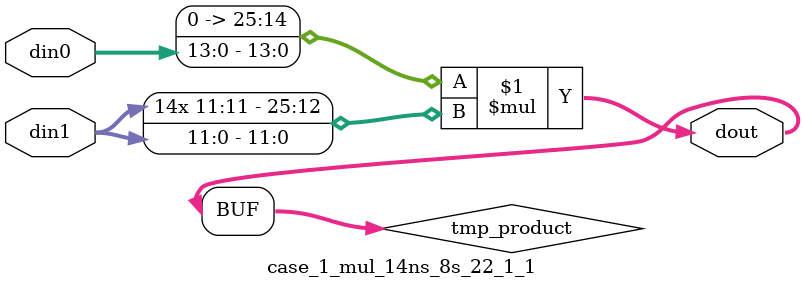
<source format=v>

`timescale 1 ns / 1 ps

 (* use_dsp = "no" *)  module case_1_mul_14ns_8s_22_1_1(din0, din1, dout);
parameter ID = 1;
parameter NUM_STAGE = 0;
parameter din0_WIDTH = 14;
parameter din1_WIDTH = 12;
parameter dout_WIDTH = 26;

input [din0_WIDTH - 1 : 0] din0; 
input [din1_WIDTH - 1 : 0] din1; 
output [dout_WIDTH - 1 : 0] dout;

wire signed [dout_WIDTH - 1 : 0] tmp_product;

























assign tmp_product = $signed({1'b0, din0}) * $signed(din1);










assign dout = tmp_product;





















endmodule

</source>
